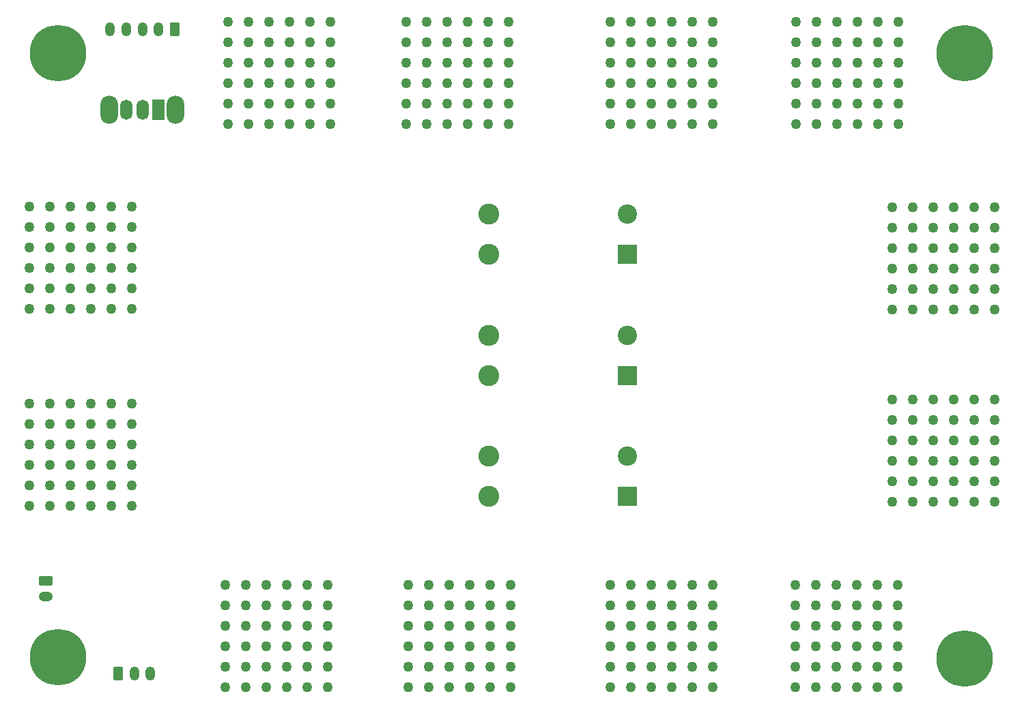
<source format=gbr>
%TF.GenerationSoftware,KiCad,Pcbnew,8.0.3-8.0.3-0~ubuntu22.04.1*%
%TF.CreationDate,2024-08-07T13:08:45+03:00*%
%TF.ProjectId,power_distribution_body,706f7765-725f-4646-9973-747269627574,rev?*%
%TF.SameCoordinates,Original*%
%TF.FileFunction,Soldermask,Bot*%
%TF.FilePolarity,Negative*%
%FSLAX46Y46*%
G04 Gerber Fmt 4.6, Leading zero omitted, Abs format (unit mm)*
G04 Created by KiCad (PCBNEW 8.0.3-8.0.3-0~ubuntu22.04.1) date 2024-08-07 13:08:45*
%MOMM*%
%LPD*%
G01*
G04 APERTURE LIST*
G04 Aperture macros list*
%AMRoundRect*
0 Rectangle with rounded corners*
0 $1 Rounding radius*
0 $2 $3 $4 $5 $6 $7 $8 $9 X,Y pos of 4 corners*
0 Add a 4 corners polygon primitive as box body*
4,1,4,$2,$3,$4,$5,$6,$7,$8,$9,$2,$3,0*
0 Add four circle primitives for the rounded corners*
1,1,$1+$1,$2,$3*
1,1,$1+$1,$4,$5*
1,1,$1+$1,$6,$7*
1,1,$1+$1,$8,$9*
0 Add four rect primitives between the rounded corners*
20,1,$1+$1,$2,$3,$4,$5,0*
20,1,$1+$1,$4,$5,$6,$7,0*
20,1,$1+$1,$6,$7,$8,$9,0*
20,1,$1+$1,$8,$9,$2,$3,0*%
G04 Aperture macros list end*
%ADD10C,0.800000*%
%ADD11C,7.000000*%
%ADD12C,1.270000*%
%ADD13C,2.600000*%
%ADD14R,2.400000X2.400000*%
%ADD15C,2.400000*%
%ADD16O,2.200000X3.500000*%
%ADD17R,1.500000X2.500000*%
%ADD18O,1.500000X2.500000*%
%ADD19RoundRect,0.250000X-0.625000X0.350000X-0.625000X-0.350000X0.625000X-0.350000X0.625000X0.350000X0*%
%ADD20O,1.750000X1.200000*%
%ADD21RoundRect,0.250000X0.350000X0.625000X-0.350000X0.625000X-0.350000X-0.625000X0.350000X-0.625000X0*%
%ADD22O,1.200000X1.750000*%
%ADD23RoundRect,0.250000X-0.350000X-0.625000X0.350000X-0.625000X0.350000X0.625000X-0.350000X0.625000X0*%
G04 APERTURE END LIST*
D10*
%TO.C,H1*%
X91725000Y-132500000D03*
X92493845Y-130643845D03*
X92493845Y-134356155D03*
X94350000Y-129875000D03*
D11*
X94350000Y-132500000D03*
D10*
X94350000Y-135125000D03*
X96206155Y-130643845D03*
X96206155Y-134356155D03*
X96975000Y-132500000D03*
%TD*%
D12*
%TO.C,J4*%
X90850000Y-76500000D03*
X90850000Y-79040000D03*
X90850000Y-81580000D03*
X90850000Y-84120000D03*
X90850000Y-86660000D03*
X90850000Y-89200000D03*
X93390000Y-76500000D03*
X93390000Y-79040000D03*
X93390000Y-81580000D03*
X93390000Y-84120000D03*
X93390000Y-86660000D03*
X93390000Y-89200000D03*
X95930000Y-76500000D03*
X95930000Y-79040000D03*
X95930000Y-81580000D03*
X95930000Y-84120000D03*
X95930000Y-86660000D03*
X95930000Y-89200000D03*
X98470000Y-76500000D03*
X98470000Y-79040000D03*
X98470000Y-81580000D03*
X98470000Y-84120000D03*
X98470000Y-86660000D03*
X98470000Y-89200000D03*
X101010000Y-76500000D03*
X101010000Y-79040000D03*
X101010000Y-81580000D03*
X101010000Y-84120000D03*
X101010000Y-86660000D03*
X101010000Y-89200000D03*
X103550000Y-76500000D03*
X103550000Y-79040000D03*
X103550000Y-81580000D03*
X103550000Y-84120000D03*
X103550000Y-86660000D03*
X103550000Y-89200000D03*
%TD*%
%TO.C,J10*%
X137850000Y-123500000D03*
X137850000Y-126040000D03*
X137850000Y-128580000D03*
X137850000Y-131120000D03*
X137850000Y-133660000D03*
X137850000Y-136200000D03*
X140390000Y-123500000D03*
X140390000Y-126040000D03*
X140390000Y-128580000D03*
X140390000Y-131120000D03*
X140390000Y-133660000D03*
X140390000Y-136200000D03*
X142930000Y-123500000D03*
X142930000Y-126040000D03*
X142930000Y-128580000D03*
X142930000Y-131120000D03*
X142930000Y-133660000D03*
X142930000Y-136200000D03*
X145470000Y-123500000D03*
X145470000Y-126040000D03*
X145470000Y-128580000D03*
X145470000Y-131120000D03*
X145470000Y-133660000D03*
X145470000Y-136200000D03*
X148010000Y-123500000D03*
X148010000Y-126040000D03*
X148010000Y-128580000D03*
X148010000Y-131120000D03*
X148010000Y-133660000D03*
X148010000Y-136200000D03*
X150550000Y-123500000D03*
X150550000Y-126040000D03*
X150550000Y-128580000D03*
X150550000Y-131120000D03*
X150550000Y-133660000D03*
X150550000Y-136200000D03*
%TD*%
%TO.C,J13*%
X90850000Y-101040000D03*
X90850000Y-103580000D03*
X90850000Y-106120000D03*
X90850000Y-108660000D03*
X90850000Y-111200000D03*
X90850000Y-113740000D03*
X93390000Y-101040000D03*
X93390000Y-103580000D03*
X93390000Y-106120000D03*
X93390000Y-108660000D03*
X93390000Y-111200000D03*
X93390000Y-113740000D03*
X95930000Y-101040000D03*
X95930000Y-103580000D03*
X95930000Y-106120000D03*
X95930000Y-108660000D03*
X95930000Y-111200000D03*
X95930000Y-113740000D03*
X98470000Y-101040000D03*
X98470000Y-103580000D03*
X98470000Y-106120000D03*
X98470000Y-108660000D03*
X98470000Y-111200000D03*
X98470000Y-113740000D03*
X101010000Y-101040000D03*
X101010000Y-103580000D03*
X101010000Y-106120000D03*
X101010000Y-108660000D03*
X101010000Y-111200000D03*
X101010000Y-113740000D03*
X103550000Y-101040000D03*
X103550000Y-103580000D03*
X103550000Y-106120000D03*
X103550000Y-108660000D03*
X103550000Y-111200000D03*
X103550000Y-113740000D03*
%TD*%
D13*
%TO.C,L1*%
X147850000Y-107500000D03*
X147850000Y-112500000D03*
%TD*%
D12*
%TO.C,J5*%
X115450000Y-53600000D03*
X115450000Y-56140000D03*
X115450000Y-58680000D03*
X115450000Y-61220000D03*
X115450000Y-63760000D03*
X115450000Y-66300000D03*
X117990000Y-53600000D03*
X117990000Y-56140000D03*
X117990000Y-58680000D03*
X117990000Y-61220000D03*
X117990000Y-63760000D03*
X117990000Y-66300000D03*
X120530000Y-53600000D03*
X120530000Y-56140000D03*
X120530000Y-58680000D03*
X120530000Y-61220000D03*
X120530000Y-63760000D03*
X120530000Y-66300000D03*
X123070000Y-53600000D03*
X123070000Y-56140000D03*
X123070000Y-58680000D03*
X123070000Y-61220000D03*
X123070000Y-63760000D03*
X123070000Y-66300000D03*
X125610000Y-53600000D03*
X125610000Y-56140000D03*
X125610000Y-58680000D03*
X125610000Y-61220000D03*
X125610000Y-63760000D03*
X125610000Y-66300000D03*
X128150000Y-53600000D03*
X128150000Y-56140000D03*
X128150000Y-58680000D03*
X128150000Y-61220000D03*
X128150000Y-63760000D03*
X128150000Y-66300000D03*
%TD*%
D14*
%TO.C,C2*%
X165000000Y-112500000D03*
D15*
X165000000Y-107500000D03*
%TD*%
D12*
%TO.C,J12*%
X185950000Y-53600000D03*
X185950000Y-56140000D03*
X185950000Y-58680000D03*
X185950000Y-61220000D03*
X185950000Y-63760000D03*
X185950000Y-66300000D03*
X188490000Y-53600000D03*
X188490000Y-56140000D03*
X188490000Y-58680000D03*
X188490000Y-61220000D03*
X188490000Y-63760000D03*
X188490000Y-66300000D03*
X191030000Y-53600000D03*
X191030000Y-56140000D03*
X191030000Y-58680000D03*
X191030000Y-61220000D03*
X191030000Y-63760000D03*
X191030000Y-66300000D03*
X193570000Y-53600000D03*
X193570000Y-56140000D03*
X193570000Y-58680000D03*
X193570000Y-61220000D03*
X193570000Y-63760000D03*
X193570000Y-66300000D03*
X196110000Y-53600000D03*
X196110000Y-56140000D03*
X196110000Y-58680000D03*
X196110000Y-61220000D03*
X196110000Y-63760000D03*
X196110000Y-66300000D03*
X198650000Y-53600000D03*
X198650000Y-56140000D03*
X198650000Y-58680000D03*
X198650000Y-61220000D03*
X198650000Y-63760000D03*
X198650000Y-66300000D03*
%TD*%
D13*
%TO.C,L2*%
X147850000Y-92500000D03*
X147850000Y-97500000D03*
%TD*%
D16*
%TO.C,SW1*%
X108950000Y-64500000D03*
X100750000Y-64500000D03*
D17*
X106850000Y-64500000D03*
D18*
X104850000Y-64500000D03*
X102850000Y-64500000D03*
%TD*%
D12*
%TO.C,J1*%
X162850000Y-53600000D03*
X162850000Y-56140000D03*
X162850000Y-58680000D03*
X162850000Y-61220000D03*
X162850000Y-63760000D03*
X162850000Y-66300000D03*
X165390000Y-53600000D03*
X165390000Y-56140000D03*
X165390000Y-58680000D03*
X165390000Y-61220000D03*
X165390000Y-63760000D03*
X165390000Y-66300000D03*
X167930000Y-53600000D03*
X167930000Y-56140000D03*
X167930000Y-58680000D03*
X167930000Y-61220000D03*
X167930000Y-63760000D03*
X167930000Y-66300000D03*
X170470000Y-53600000D03*
X170470000Y-56140000D03*
X170470000Y-58680000D03*
X170470000Y-61220000D03*
X170470000Y-63760000D03*
X170470000Y-66300000D03*
X173010000Y-53600000D03*
X173010000Y-56140000D03*
X173010000Y-58680000D03*
X173010000Y-61220000D03*
X173010000Y-63760000D03*
X173010000Y-66300000D03*
X175550000Y-53600000D03*
X175550000Y-56140000D03*
X175550000Y-58680000D03*
X175550000Y-61220000D03*
X175550000Y-63760000D03*
X175550000Y-66300000D03*
%TD*%
D19*
%TO.C,J7*%
X92850000Y-123000000D03*
D20*
X92850000Y-125000000D03*
%TD*%
D12*
%TO.C,J15*%
X197850000Y-100500000D03*
X197850000Y-103040000D03*
X197850000Y-105580000D03*
X197850000Y-108120000D03*
X197850000Y-110660000D03*
X197850000Y-113200000D03*
X200390000Y-100500000D03*
X200390000Y-103040000D03*
X200390000Y-105580000D03*
X200390000Y-108120000D03*
X200390000Y-110660000D03*
X200390000Y-113200000D03*
X202930000Y-100500000D03*
X202930000Y-103040000D03*
X202930000Y-105580000D03*
X202930000Y-108120000D03*
X202930000Y-110660000D03*
X202930000Y-113200000D03*
X205470000Y-100500000D03*
X205470000Y-103040000D03*
X205470000Y-105580000D03*
X205470000Y-108120000D03*
X205470000Y-110660000D03*
X205470000Y-113200000D03*
X208010000Y-100500000D03*
X208010000Y-103040000D03*
X208010000Y-105580000D03*
X208010000Y-108120000D03*
X208010000Y-110660000D03*
X208010000Y-113200000D03*
X210550000Y-100500000D03*
X210550000Y-103040000D03*
X210550000Y-105580000D03*
X210550000Y-108120000D03*
X210550000Y-110660000D03*
X210550000Y-113200000D03*
%TD*%
%TO.C,J9*%
X115150000Y-123500000D03*
X115150000Y-126040000D03*
X115150000Y-128580000D03*
X115150000Y-131120000D03*
X115150000Y-133660000D03*
X115150000Y-136200000D03*
X117690000Y-123500000D03*
X117690000Y-126040000D03*
X117690000Y-128580000D03*
X117690000Y-131120000D03*
X117690000Y-133660000D03*
X117690000Y-136200000D03*
X120230000Y-123500000D03*
X120230000Y-126040000D03*
X120230000Y-128580000D03*
X120230000Y-131120000D03*
X120230000Y-133660000D03*
X120230000Y-136200000D03*
X122770000Y-123500000D03*
X122770000Y-126040000D03*
X122770000Y-128580000D03*
X122770000Y-131120000D03*
X122770000Y-133660000D03*
X122770000Y-136200000D03*
X125310000Y-123500000D03*
X125310000Y-126040000D03*
X125310000Y-128580000D03*
X125310000Y-131120000D03*
X125310000Y-133660000D03*
X125310000Y-136200000D03*
X127850000Y-123500000D03*
X127850000Y-126040000D03*
X127850000Y-128580000D03*
X127850000Y-131120000D03*
X127850000Y-133660000D03*
X127850000Y-136200000D03*
%TD*%
D10*
%TO.C,H2*%
X204225000Y-57500000D03*
X204993845Y-55643845D03*
X204993845Y-59356155D03*
X206850000Y-54875000D03*
D11*
X206850000Y-57500000D03*
D10*
X206850000Y-60125000D03*
X208706155Y-55643845D03*
X208706155Y-59356155D03*
X209475000Y-57500000D03*
%TD*%
D12*
%TO.C,J3*%
X197850000Y-76600000D03*
X197850000Y-79140000D03*
X197850000Y-81680000D03*
X197850000Y-84220000D03*
X197850000Y-86760000D03*
X197850000Y-89300000D03*
X200390000Y-76600000D03*
X200390000Y-79140000D03*
X200390000Y-81680000D03*
X200390000Y-84220000D03*
X200390000Y-86760000D03*
X200390000Y-89300000D03*
X202930000Y-76600000D03*
X202930000Y-79140000D03*
X202930000Y-81680000D03*
X202930000Y-84220000D03*
X202930000Y-86760000D03*
X202930000Y-89300000D03*
X205470000Y-76600000D03*
X205470000Y-79140000D03*
X205470000Y-81680000D03*
X205470000Y-84220000D03*
X205470000Y-86760000D03*
X205470000Y-89300000D03*
X208010000Y-76600000D03*
X208010000Y-79140000D03*
X208010000Y-81680000D03*
X208010000Y-84220000D03*
X208010000Y-86760000D03*
X208010000Y-89300000D03*
X210550000Y-76600000D03*
X210550000Y-79140000D03*
X210550000Y-81680000D03*
X210550000Y-84220000D03*
X210550000Y-86760000D03*
X210550000Y-89300000D03*
%TD*%
D21*
%TO.C,J6*%
X108850000Y-54500000D03*
D22*
X106850000Y-54500000D03*
X104850000Y-54500000D03*
X102850000Y-54500000D03*
X100850000Y-54500000D03*
%TD*%
D14*
%TO.C,C4*%
X165000000Y-97500000D03*
D15*
X165000000Y-92500000D03*
%TD*%
D10*
%TO.C,H4*%
X204225000Y-132643845D03*
X204993845Y-130787690D03*
X204993845Y-134500000D03*
X206850000Y-130018845D03*
D11*
X206850000Y-132643845D03*
D10*
X206850000Y-135268845D03*
X208706155Y-130787690D03*
X208706155Y-134500000D03*
X209475000Y-132643845D03*
%TD*%
%TO.C,H3*%
X91725000Y-57500000D03*
X92493845Y-55643845D03*
X92493845Y-59356155D03*
X94350000Y-54875000D03*
D11*
X94350000Y-57500000D03*
D10*
X94350000Y-60125000D03*
X96206155Y-55643845D03*
X96206155Y-59356155D03*
X96975000Y-57500000D03*
%TD*%
D14*
%TO.C,C3*%
X165000000Y-82500000D03*
D15*
X165000000Y-77500000D03*
%TD*%
D23*
%TO.C,J8*%
X101850000Y-134500000D03*
D22*
X103850000Y-134500000D03*
X105850000Y-134500000D03*
%TD*%
D12*
%TO.C,J14*%
X137550000Y-53600000D03*
X137550000Y-56140000D03*
X137550000Y-58680000D03*
X137550000Y-61220000D03*
X137550000Y-63760000D03*
X137550000Y-66300000D03*
X140090000Y-53600000D03*
X140090000Y-56140000D03*
X140090000Y-58680000D03*
X140090000Y-61220000D03*
X140090000Y-63760000D03*
X140090000Y-66300000D03*
X142630000Y-53600000D03*
X142630000Y-56140000D03*
X142630000Y-58680000D03*
X142630000Y-61220000D03*
X142630000Y-63760000D03*
X142630000Y-66300000D03*
X145170000Y-53600000D03*
X145170000Y-56140000D03*
X145170000Y-58680000D03*
X145170000Y-61220000D03*
X145170000Y-63760000D03*
X145170000Y-66300000D03*
X147710000Y-53600000D03*
X147710000Y-56140000D03*
X147710000Y-58680000D03*
X147710000Y-61220000D03*
X147710000Y-63760000D03*
X147710000Y-66300000D03*
X150250000Y-53600000D03*
X150250000Y-56140000D03*
X150250000Y-58680000D03*
X150250000Y-61220000D03*
X150250000Y-63760000D03*
X150250000Y-66300000D03*
%TD*%
%TO.C,J11*%
X185850000Y-123500000D03*
X185850000Y-126040000D03*
X185850000Y-128580000D03*
X185850000Y-131120000D03*
X185850000Y-133660000D03*
X185850000Y-136200000D03*
X188390000Y-123500000D03*
X188390000Y-126040000D03*
X188390000Y-128580000D03*
X188390000Y-131120000D03*
X188390000Y-133660000D03*
X188390000Y-136200000D03*
X190930000Y-123500000D03*
X190930000Y-126040000D03*
X190930000Y-128580000D03*
X190930000Y-131120000D03*
X190930000Y-133660000D03*
X190930000Y-136200000D03*
X193470000Y-123500000D03*
X193470000Y-126040000D03*
X193470000Y-128580000D03*
X193470000Y-131120000D03*
X193470000Y-133660000D03*
X193470000Y-136200000D03*
X196010000Y-123500000D03*
X196010000Y-126040000D03*
X196010000Y-128580000D03*
X196010000Y-131120000D03*
X196010000Y-133660000D03*
X196010000Y-136200000D03*
X198550000Y-123500000D03*
X198550000Y-126040000D03*
X198550000Y-128580000D03*
X198550000Y-131120000D03*
X198550000Y-133660000D03*
X198550000Y-136200000D03*
%TD*%
%TO.C,J2*%
X162850000Y-123500000D03*
X162850000Y-126040000D03*
X162850000Y-128580000D03*
X162850000Y-131120000D03*
X162850000Y-133660000D03*
X162850000Y-136200000D03*
X165390000Y-123500000D03*
X165390000Y-126040000D03*
X165390000Y-128580000D03*
X165390000Y-131120000D03*
X165390000Y-133660000D03*
X165390000Y-136200000D03*
X167930000Y-123500000D03*
X167930000Y-126040000D03*
X167930000Y-128580000D03*
X167930000Y-131120000D03*
X167930000Y-133660000D03*
X167930000Y-136200000D03*
X170470000Y-123500000D03*
X170470000Y-126040000D03*
X170470000Y-128580000D03*
X170470000Y-131120000D03*
X170470000Y-133660000D03*
X170470000Y-136200000D03*
X173010000Y-123500000D03*
X173010000Y-126040000D03*
X173010000Y-128580000D03*
X173010000Y-131120000D03*
X173010000Y-133660000D03*
X173010000Y-136200000D03*
X175550000Y-123500000D03*
X175550000Y-126040000D03*
X175550000Y-128580000D03*
X175550000Y-131120000D03*
X175550000Y-133660000D03*
X175550000Y-136200000D03*
%TD*%
D13*
%TO.C,L3*%
X147850000Y-77500000D03*
X147850000Y-82500000D03*
%TD*%
M02*

</source>
